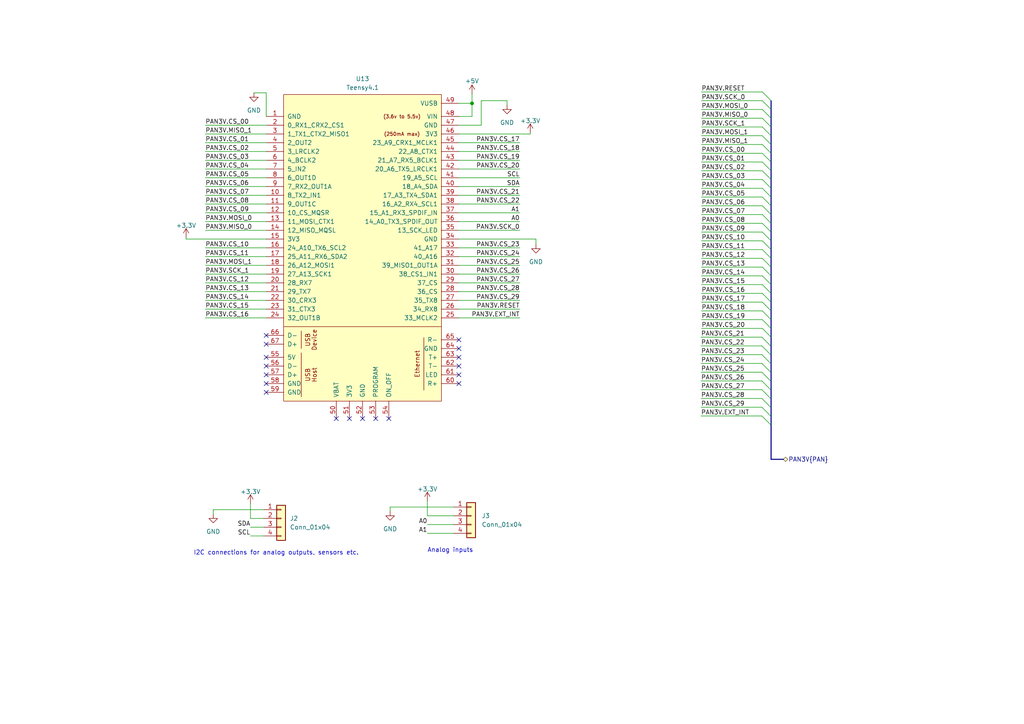
<source format=kicad_sch>
(kicad_sch (version 20230121) (generator eeschema)
  (paper "A4")
  (lib_symbols
    (symbol "Connector_Generic:Conn_01x04" (pin_names (offset 1.016) hide)
      (property "Reference" "J" (at 0 5.08 0))
      (property "Value" "Conn_01x04" (at 0 -7.62 0))
      (symbol "Conn_01x04_1_1"
        (rectangle (start -1.27 -4.953) (end 0 -5.207) (stroke (width 0.1524)))
        (rectangle (start -1.27 -2.413) (end 0 -2.667) (stroke (width 0.1524)))
        (rectangle (start -1.27 0.127) (end 0 -0.127) (stroke (width 0.1524)))
        (rectangle (start -1.27 2.667) (end 0 2.413) (stroke (width 0.1524)))
        (rectangle (start -1.27 3.81) (end 1.27 -6.35) (stroke (width 0.254)) (fill (type background)))
        (pin passive line (at -5.08 2.54 0) (length 3.81) (name "Pin_1") (number "1"))
        (pin passive line (at -5.08 0 0) (length 3.81) (name "Pin_2") (number "2"))
        (pin passive line (at -5.08 -2.54 0) (length 3.81) (name "Pin_3") (number "3"))
        (pin passive line (at -5.08 -5.08 0) (length 3.81) (name "Pin_4") (number "4"))
      )
    )
    (symbol "arena_custom:Teensy4.1" (pin_names (offset 1.016))
      (property "Reference" "U" (at 0 64.77 0))
      (property "Value" "Teensy4.1" (at 0 62.23 0))
      (symbol "Teensy4.1_0_0"
        (polyline (pts (xy -22.86 -6.35) (xy 22.86 -6.35)))
        (polyline (pts (xy -17.78 -26.67) (xy -17.78 -13.97)))
        (polyline (pts (xy -17.78 -7.62) (xy -17.78 -12.7)))
        (polyline (pts (xy 17.78 -9.525) (xy 17.78 -24.765)))
        (text "(250mA max)" (at 11.43 49.53 0) (effects (font (size 1.016 1.016))))
        (text "(3.6v to 5.5v)" (at 11.43 54.61 0) (effects (font (size 1.016 1.016))))
        (text "Device" (at -13.97 -10.16 900) (effects (font (size 1.27 1.27))))
        (text "Ethernet" (at 15.875 -17.145 900) (effects (font (size 1.27 1.27))))
        (text "Host" (at -13.97 -20.32 900) (effects (font (size 1.27 1.27))))
        (text "USB" (at -15.875 -20.32 900) (effects (font (size 1.27 1.27))))
        (text "USB" (at -15.875 -10.16 900) (effects (font (size 1.27 1.27))))
        (pin bidirectional line (at -27.94 31.75 0) (length 5.08) (name "8_TX2_IN1") (number "10"))
        (pin bidirectional line (at -27.94 29.21 0) (length 5.08) (name "9_OUT1C") (number "11"))
        (pin bidirectional line (at -27.94 26.67 0) (length 5.08) (name "10_CS_MQSR") (number "12"))
        (pin bidirectional line (at -27.94 24.13 0) (length 5.08) (name "11_MOSI_CTX1") (number "13"))
        (pin bidirectional line (at -27.94 21.59 0) (length 5.08) (name "12_MISO_MQSL") (number "14"))
        (pin power_in line (at -27.94 19.05 0) (length 5.08) (name "3V3") (number "15"))
        (pin bidirectional line (at -27.94 16.51 0) (length 5.08) (name "24_A10_TX6_SCL2") (number "16"))
        (pin bidirectional line (at -27.94 13.97 0) (length 5.08) (name "25_A11_RX6_SDA2") (number "17"))
        (pin bidirectional line (at -27.94 11.43 0) (length 5.08) (name "26_A12_MOSI1") (number "18"))
        (pin bidirectional line (at -27.94 8.89 0) (length 5.08) (name "27_A13_SCK1") (number "19"))
        (pin bidirectional line (at -27.94 6.35 0) (length 5.08) (name "28_RX7") (number "20"))
        (pin bidirectional line (at -27.94 3.81 0) (length 5.08) (name "29_TX7") (number "21"))
        (pin bidirectional line (at -27.94 1.27 0) (length 5.08) (name "30_CRX3") (number "22"))
        (pin bidirectional line (at -27.94 -1.27 0) (length 5.08) (name "31_CTX3") (number "23"))
        (pin bidirectional line (at -27.94 -3.81 0) (length 5.08) (name "32_OUT1B") (number "24"))
        (pin bidirectional line (at 27.94 -3.81 180) (length 5.08) (name "33_MCLK2") (number "25"))
        (pin bidirectional line (at 27.94 -1.27 180) (length 5.08) (name "34_RX8") (number "26"))
        (pin bidirectional line (at 27.94 1.27 180) (length 5.08) (name "35_TX8") (number "27"))
        (pin bidirectional line (at 27.94 3.81 180) (length 5.08) (name "36_CS") (number "28"))
        (pin bidirectional line (at 27.94 6.35 180) (length 5.08) (name "37_CS") (number "29"))
        (pin bidirectional line (at 27.94 8.89 180) (length 5.08) (name "38_CS1_IN1") (number "30"))
        (pin bidirectional line (at 27.94 11.43 180) (length 5.08) (name "39_MISO1_OUT1A") (number "31"))
        (pin bidirectional line (at 27.94 13.97 180) (length 5.08) (name "40_A16") (number "32"))
        (pin bidirectional line (at 27.94 16.51 180) (length 5.08) (name "41_A17") (number "33"))
        (pin bidirectional line (at 27.94 21.59 180) (length 5.08) (name "13_SCK_LED") (number "35"))
        (pin bidirectional line (at 27.94 24.13 180) (length 5.08) (name "14_A0_TX3_SPDIF_OUT") (number "36"))
        (pin bidirectional line (at 27.94 26.67 180) (length 5.08) (name "15_A1_RX3_SPDIF_IN") (number "37"))
        (pin bidirectional line (at 27.94 29.21 180) (length 5.08) (name "16_A2_RX4_SCL1") (number "38"))
        (pin bidirectional line (at 27.94 31.75 180) (length 5.08) (name "17_A3_TX4_SDA1") (number "39"))
        (pin bidirectional line (at 27.94 34.29 180) (length 5.08) (name "18_A4_SDA") (number "40"))
        (pin bidirectional line (at 27.94 36.83 180) (length 5.08) (name "19_A5_SCL") (number "41"))
        (pin bidirectional line (at 27.94 39.37 180) (length 5.08) (name "20_A6_TX5_LRCLK1") (number "42"))
        (pin bidirectional line (at 27.94 41.91 180) (length 5.08) (name "21_A7_RX5_BCLK1") (number "43"))
        (pin bidirectional line (at 27.94 44.45 180) (length 5.08) (name "22_A8_CTX1") (number "44"))
        (pin bidirectional line (at 27.94 46.99 180) (length 5.08) (name "23_A9_CRX1_MCLK1") (number "45"))
        (pin power_in line (at 27.94 54.61 180) (length 5.08) (name "VIN") (number "48"))
        (pin power_out line (at 27.94 58.42 180) (length 5.08) (name "VUSB") (number "49"))
        (pin bidirectional line (at -27.94 44.45 0) (length 5.08) (name "3_LRCLK2") (number "5"))
        (pin power_in line (at -7.62 -33.02 90) (length 5.08) (name "VBAT") (number "50"))
        (pin power_in line (at -3.81 -33.02 90) (length 5.08) (name "3V3") (number "51"))
        (pin input line (at 3.81 -33.02 90) (length 5.08) (name "PROGRAM") (number "53"))
        (pin input line (at 7.62 -33.02 90) (length 5.08) (name "ON_OFF") (number "54"))
        (pin power_out line (at -27.94 -15.24 0) (length 5.08) (name "5V") (number "55"))
        (pin bidirectional line (at -27.94 -17.78 0) (length 5.08) (name "D-") (number "56"))
        (pin bidirectional line (at -27.94 -20.32 0) (length 5.08) (name "D+") (number "57"))
        (pin power_in line (at -27.94 -22.86 0) (length 5.08) (name "GND") (number "58"))
        (pin power_in line (at -27.94 -25.4 0) (length 5.08) (name "GND") (number "59"))
        (pin bidirectional line (at -27.94 41.91 0) (length 5.08) (name "4_BCLK2") (number "6"))
        (pin bidirectional line (at 27.94 -22.86 180) (length 5.08) (name "R+") (number "60"))
        (pin bidirectional line (at 27.94 -20.32 180) (length 5.08) (name "LED") (number "61"))
        (pin bidirectional line (at 27.94 -17.78 180) (length 5.08) (name "T-") (number "62"))
        (pin bidirectional line (at 27.94 -15.24 180) (length 5.08) (name "T+") (number "63"))
        (pin power_in line (at 27.94 -12.7 180) (length 5.08) (name "GND") (number "64"))
        (pin bidirectional line (at 27.94 -10.16 180) (length 5.08) (name "R-") (number "65"))
        (pin bidirectional line (at -27.94 -8.89 0) (length 5.08) (name "D-") (number "66"))
        (pin bidirectional line (at -27.94 -11.43 0) (length 5.08) (name "D+") (number "67"))
        (pin bidirectional line (at -27.94 39.37 0) (length 5.08) (name "5_IN2") (number "7"))
        (pin bidirectional line (at -27.94 36.83 0) (length 5.08) (name "6_OUT1D") (number "8"))
        (pin bidirectional line (at -27.94 34.29 0) (length 5.08) (name "7_RX2_OUT1A") (number "9"))
      )
      (symbol "Teensy4.1_0_1"
        (rectangle (start -20.32 -1.27) (end -20.32 -1.27))
      )
      (symbol "Teensy4.1_1_0"
        (pin power_out line (at 27.94 49.53 180) (length 5.08) (name "3V3") (number "46"))
        (pin power_in line (at 27.94 52.07 180) (length 5.08) (name "GND") (number "47"))
        (pin power_in line (at 0 -33.02 90) (length 5.08) (name "GND") (number "52"))
      )
      (symbol "Teensy4.1_1_1"
        (rectangle (start -22.86 60.96) (end 22.86 -27.94) (fill (type background)))
        (pin power_in line (at -27.94 54.61 0) (length 5.08) (name "GND") (number "1"))
        (pin bidirectional line (at -27.94 52.07 0) (length 5.08) (name "0_RX1_CRX2_CS1") (number "2"))
        (pin bidirectional line (at -27.94 49.53 0) (length 5.08) (name "1_TX1_CTX2_MISO1") (number "3"))
        (pin power_in line (at 27.94 19.05 180) (length 5.08) (name "GND") (number "34"))
        (pin bidirectional line (at -27.94 46.99 0) (length 5.08) (name "2_OUT2") (number "4"))
      )
    )
    (symbol "power:+3.3V" (power) (pin_names (offset 0))
      (property "Value" "+3.3V" (at 0 3.556 0))
      (symbol "+3.3V_0_1"
        (polyline (pts (xy -0.762 1.27) (xy 0 2.54)))
        (polyline (pts (xy 0 0) (xy 0 2.54)))
        (polyline (pts (xy 0 2.54) (xy 0.762 1.27)))
      )
      (symbol "+3.3V_1_1"
        (pin power_in line (at 0 0 90) (length 0) hide (name "+3.3V") (number "1"))
      )
    )
    (symbol "power:+5V" (power) (pin_names (offset 0))
      (property "Value" "+5V" (at 0 3.556 0))
      (symbol "+5V_0_1"
        (polyline (pts (xy -0.762 1.27) (xy 0 2.54)))
        (polyline (pts (xy 0 0) (xy 0 2.54)))
        (polyline (pts (xy 0 2.54) (xy 0.762 1.27)))
      )
      (symbol "+5V_1_1"
        (pin power_in line (at 0 0 90) (length 0) hide (name "+5V") (number "1"))
      )
    )
    (symbol "power:GND" (power) (pin_names (offset 0))
      (property "Value" "GND" (at 0 -3.81 0))
      (symbol "GND_0_1"
        (polyline (pts (xy 0 0) (xy 0 -1.27) (xy 1.27 -1.27) (xy 0 -2.54) (xy -1.27 -1.27) (xy 0 -1.27)))
      )
      (symbol "GND_1_1"
        (pin power_in line (at 0 0 270) (length 0) hide (name "GND") (number "1"))
      )
    )
  )
  (junction (at 136.906 29.972))
  (no_connect (at 133.096 108.712))
  (no_connect (at 112.776 121.412))
  (no_connect (at 77.216 97.282))
  (no_connect (at 77.216 99.822))
  (no_connect (at 133.096 106.172))
  (no_connect (at 77.216 108.712))
  (no_connect (at 77.216 111.252))
  (no_connect (at 108.966 121.412))
  (no_connect (at 133.096 101.092))
  (no_connect (at 133.096 111.252))
  (no_connect (at 101.346 121.412))
  (no_connect (at 77.216 106.172))
  (no_connect (at 105.156 121.412))
  (no_connect (at 97.536 121.412))
  (no_connect (at 133.096 98.552))
  (no_connect (at 77.216 103.632))
  (no_connect (at 133.096 103.632))
  (no_connect (at 77.216 113.792))
  (bus_entry (at 223.647 54.61) (size -2.54 -2.54))
  (bus_entry (at 223.647 44.45) (size -2.54 -2.54))
  (bus_entry (at 220.98 113.03) (size 2.54 2.54))
  (bus_entry (at 223.647 64.77) (size -2.54 -2.54))
  (bus_entry (at 220.98 118.11) (size 2.54 2.54))
  (bus_entry (at 223.647 59.69) (size -2.54 -2.54))
  (bus_entry (at 223.647 80.01) (size -2.54 -2.54))
  (bus_entry (at 223.647 31.75) (size -2.54 -2.54))
  (bus_entry (at 220.98 105.41) (size 2.54 2.54))
  (bus_entry (at 220.98 100.33) (size 2.54 2.54))
  (bus_entry (at 221.107 82.55) (size 2.54 2.54))
  (bus_entry (at 223.647 29.21) (size -2.54 -2.54))
  (bus_entry (at 220.98 97.79) (size 2.54 2.54))
  (bus_entry (at 223.647 52.07) (size -2.54 -2.54))
  (bus_entry (at 223.647 62.23) (size -2.54 -2.54))
  (bus_entry (at 223.647 82.55) (size -2.54 -2.54))
  (bus_entry (at 220.98 120.65) (size 2.54 2.54))
  (bus_entry (at 223.647 72.39) (size -2.54 -2.54))
  (bus_entry (at 223.647 77.47) (size -2.54 -2.54))
  (bus_entry (at 223.647 34.29) (size -2.54 -2.54))
  (bus_entry (at 223.647 41.91) (size -2.54 -2.54))
  (bus_entry (at 223.647 49.53) (size -2.54 -2.54))
  (bus_entry (at 221.107 92.71) (size 2.54 2.54))
  (bus_entry (at 223.647 67.31) (size -2.54 -2.54))
  (bus_entry (at 221.107 87.63) (size 2.54 2.54))
  (bus_entry (at 223.647 74.93) (size -2.54 -2.54))
  (bus_entry (at 220.98 110.49) (size 2.54 2.54))
  (bus_entry (at 220.98 115.57) (size 2.54 2.54))
  (bus_entry (at 223.647 39.37) (size -2.54 -2.54))
  (bus_entry (at 221.107 85.09) (size 2.54 2.54))
  (bus_entry (at 221.107 90.17) (size 2.54 2.54))
  (bus_entry (at 220.98 102.87) (size 2.54 2.54))
  (bus_entry (at 220.98 107.95) (size 2.54 2.54))
  (bus_entry (at 223.647 69.85) (size -2.54 -2.54))
  (bus_entry (at 223.647 57.15) (size -2.54 -2.54))
  (bus_entry (at 221.107 95.25) (size 2.54 2.54))
  (bus_entry (at 223.647 46.99) (size -2.54 -2.54))
  (bus_entry (at 223.647 36.83) (size -2.54 -2.54))
  (wire (pts (xy 53.975 69.342) (xy 53.975 68.834)))
  (wire (pts (xy 123.952 149.606) (xy 131.572 149.606)))
  (wire (pts (xy 59.563 46.482) (xy 77.216 46.482)))
  (bus (pts (xy 223.647 87.63) (xy 223.647 90.17)))
  (wire (pts (xy 139.573 29.21) (xy 147.066 29.21)))
  (wire (pts (xy 72.644 152.908) (xy 76.454 152.908)))
  (wire (pts (xy 150.749 51.562) (xy 133.096 51.562)))
  (wire (pts (xy 220.98 110.49) (xy 203.327 110.49)))
  (wire (pts (xy 59.563 66.802) (xy 77.216 66.802)))
  (wire (pts (xy 139.573 36.322) (xy 139.573 29.21)))
  (bus (pts (xy 223.647 49.53) (xy 223.647 52.07)))
  (wire (pts (xy 133.096 76.962) (xy 150.749 76.962)))
  (wire (pts (xy 221.107 62.23) (xy 203.454 62.23)))
  (wire (pts (xy 133.096 56.642) (xy 150.749 56.642)))
  (wire (pts (xy 113.157 147.066) (xy 113.157 148.336)))
  (wire (pts (xy 59.563 76.962) (xy 77.216 76.962)))
  (wire (pts (xy 59.563 92.202) (xy 77.216 92.202)))
  (wire (pts (xy 221.107 44.45) (xy 203.454 44.45)))
  (bus (pts (xy 223.647 69.85) (xy 223.647 72.39)))
  (bus (pts (xy 223.647 36.83) (xy 223.647 39.37)))
  (wire (pts (xy 61.849 147.828) (xy 76.454 147.828)))
  (wire (pts (xy 59.563 38.862) (xy 77.216 38.862)))
  (wire (pts (xy 133.096 29.972) (xy 136.906 29.972)))
  (wire (pts (xy 59.563 74.422) (xy 77.216 74.422)))
  (wire (pts (xy 133.096 49.022) (xy 150.749 49.022)))
  (wire (pts (xy 221.107 52.07) (xy 203.454 52.07)))
  (bus (pts (xy 223.647 64.77) (xy 223.647 67.31)))
  (wire (pts (xy 133.096 38.862) (xy 153.797 38.862)))
  (wire (pts (xy 72.644 146.05) (xy 72.644 150.368)))
  (wire (pts (xy 73.66 26.924) (xy 77.216 26.924)))
  (bus (pts (xy 223.647 72.39) (xy 223.647 74.93)))
  (wire (pts (xy 72.644 150.368) (xy 76.454 150.368)))
  (bus (pts (xy 223.647 97.79) (xy 223.647 133.223)))
  (wire (pts (xy 59.563 84.582) (xy 77.216 84.582)))
  (wire (pts (xy 221.107 64.77) (xy 203.454 64.77)))
  (wire (pts (xy 221.107 41.91) (xy 203.454 41.91)))
  (bus (pts (xy 223.647 54.61) (xy 223.647 57.15)))
  (wire (pts (xy 77.216 69.342) (xy 53.975 69.342)))
  (wire (pts (xy 72.644 155.448) (xy 76.454 155.448)))
  (wire (pts (xy 221.107 74.93) (xy 203.454 74.93)))
  (wire (pts (xy 221.107 57.15) (xy 203.454 57.15)))
  (bus (pts (xy 223.647 82.55) (xy 223.647 85.09)))
  (bus (pts (xy 223.647 29.21) (xy 223.647 31.75)))
  (bus (pts (xy 223.647 85.09) (xy 223.647 87.63)))
  (wire (pts (xy 77.216 26.924) (xy 77.216 33.782)))
  (bus (pts (xy 223.647 74.93) (xy 223.647 77.47)))
  (wire (pts (xy 221.107 69.85) (xy 203.454 69.85)))
  (wire (pts (xy 59.563 82.042) (xy 77.216 82.042)))
  (bus (pts (xy 223.647 95.25) (xy 223.647 97.79)))
  (wire (pts (xy 133.096 66.802) (xy 150.749 66.802)))
  (wire (pts (xy 133.096 46.482) (xy 150.749 46.482)))
  (wire (pts (xy 203.327 120.65) (xy 220.98 120.65)))
  (wire (pts (xy 203.327 118.11) (xy 220.98 118.11)))
  (bus (pts (xy 223.647 62.23) (xy 223.647 64.77)))
  (wire (pts (xy 203.327 113.03) (xy 220.98 113.03)))
  (wire (pts (xy 59.563 49.022) (xy 77.216 49.022)))
  (wire (pts (xy 59.563 56.642) (xy 77.216 56.642)))
  (wire (pts (xy 150.749 82.042) (xy 133.096 82.042)))
  (wire (pts (xy 123.952 145.288) (xy 123.952 149.606)))
  (wire (pts (xy 203.454 85.09) (xy 221.107 85.09)))
  (wire (pts (xy 59.563 87.122) (xy 77.216 87.122)))
  (wire (pts (xy 203.327 105.41) (xy 220.98 105.41)))
  (bus (pts (xy 223.647 41.91) (xy 223.647 44.45)))
  (wire (pts (xy 221.107 29.21) (xy 203.454 29.21)))
  (wire (pts (xy 59.563 79.502) (xy 77.216 79.502)))
  (wire (pts (xy 133.096 79.502) (xy 150.749 79.502)))
  (wire (pts (xy 59.563 41.402) (xy 77.216 41.402)))
  (wire (pts (xy 203.454 92.71) (xy 221.107 92.71)))
  (bus (pts (xy 223.647 80.01) (xy 223.647 82.55)))
  (wire (pts (xy 220.98 100.33) (xy 203.327 100.33)))
  (bus (pts (xy 223.647 44.45) (xy 223.647 46.99)))
  (wire (pts (xy 59.563 36.322) (xy 77.216 36.322)))
  (wire (pts (xy 221.107 67.31) (xy 203.454 67.31)))
  (wire (pts (xy 133.096 33.782) (xy 136.906 33.782)))
  (bus (pts (xy 223.647 31.75) (xy 223.647 34.29)))
  (wire (pts (xy 59.563 43.942) (xy 77.216 43.942)))
  (wire (pts (xy 59.563 89.662) (xy 77.216 89.662)))
  (bus (pts (xy 223.647 34.29) (xy 223.647 36.83)))
  (bus (pts (xy 223.647 59.69) (xy 223.647 62.23)))
  (wire (pts (xy 221.107 34.29) (xy 203.454 34.29)))
  (wire (pts (xy 123.952 154.686) (xy 131.572 154.686)))
  (wire (pts (xy 133.096 36.322) (xy 139.573 36.322)))
  (wire (pts (xy 59.563 71.882) (xy 77.216 71.882)))
  (bus (pts (xy 223.647 133.223) (xy 227.203 133.223)))
  (bus (pts (xy 223.647 67.31) (xy 223.647 69.85)))
  (wire (pts (xy 61.849 147.828) (xy 61.849 149.098)))
  (wire (pts (xy 203.327 97.79) (xy 220.98 97.79)))
  (wire (pts (xy 153.797 38.862) (xy 153.797 38.481)))
  (wire (pts (xy 59.563 54.102) (xy 77.216 54.102)))
  (wire (pts (xy 147.066 29.21) (xy 147.066 30.48)))
  (wire (pts (xy 203.454 90.17) (xy 221.107 90.17)))
  (wire (pts (xy 133.096 43.942) (xy 150.749 43.942)))
  (wire (pts (xy 133.096 64.262) (xy 150.749 64.262)))
  (wire (pts (xy 221.107 72.39) (xy 203.454 72.39)))
  (bus (pts (xy 223.647 46.99) (xy 223.647 49.53)))
  (wire (pts (xy 133.096 74.422) (xy 150.749 74.422)))
  (wire (pts (xy 203.327 107.95) (xy 220.98 107.95)))
  (wire (pts (xy 133.096 87.122) (xy 150.749 87.122)))
  (wire (pts (xy 136.906 27.178) (xy 136.906 29.972)))
  (wire (pts (xy 203.454 59.69) (xy 221.107 59.69)))
  (wire (pts (xy 221.107 26.67) (xy 203.454 26.67)))
  (wire (pts (xy 203.454 95.25) (xy 221.107 95.25)))
  (wire (pts (xy 133.096 84.582) (xy 150.749 84.582)))
  (wire (pts (xy 203.327 115.57) (xy 220.98 115.57)))
  (wire (pts (xy 221.107 82.55) (xy 203.454 82.55)))
  (bus (pts (xy 223.647 77.47) (xy 223.647 80.01)))
  (wire (pts (xy 150.749 71.882) (xy 133.096 71.882)))
  (wire (pts (xy 221.107 80.01) (xy 203.454 80.01)))
  (wire (pts (xy 221.107 77.47) (xy 203.454 77.47)))
  (wire (pts (xy 133.096 89.662) (xy 150.749 89.662)))
  (wire (pts (xy 221.107 31.75) (xy 203.454 31.75)))
  (bus (pts (xy 223.647 90.17) (xy 223.647 92.71)))
  (bus (pts (xy 223.647 39.37) (xy 223.647 41.91)))
  (bus (pts (xy 223.647 92.71) (xy 223.647 95.25)))
  (wire (pts (xy 203.454 87.63) (xy 221.107 87.63)))
  (wire (pts (xy 59.563 61.722) (xy 77.216 61.722)))
  (wire (pts (xy 133.096 54.102) (xy 150.749 54.102)))
  (wire (pts (xy 113.157 147.066) (xy 131.572 147.066)))
  (bus (pts (xy 223.647 52.07) (xy 223.647 54.61)))
  (wire (pts (xy 221.107 36.83) (xy 203.454 36.83)))
  (wire (pts (xy 133.096 59.182) (xy 150.749 59.182)))
  (wire (pts (xy 221.107 46.99) (xy 203.454 46.99)))
  (wire (pts (xy 150.749 41.402) (xy 133.096 41.402)))
  (wire (pts (xy 203.327 102.87) (xy 220.98 102.87)))
  (wire (pts (xy 221.107 39.37) (xy 203.454 39.37)))
  (wire (pts (xy 133.096 69.342) (xy 155.448 69.342)))
  (wire (pts (xy 221.107 49.53) (xy 203.454 49.53)))
  (wire (pts (xy 133.096 61.722) (xy 150.749 61.722)))
  (wire (pts (xy 155.448 69.342) (xy 155.448 70.866)))
  (wire (pts (xy 123.952 152.146) (xy 131.572 152.146)))
  (wire (pts (xy 59.563 59.182) (xy 77.216 59.182)))
  (wire (pts (xy 59.563 51.562) (xy 77.216 51.562)))
  (wire (pts (xy 221.107 54.61) (xy 203.454 54.61)))
  (wire (pts (xy 59.563 64.262) (xy 77.216 64.262)))
  (wire (pts (xy 133.096 92.202) (xy 150.749 92.202)))
  (wire (pts (xy 136.906 29.972) (xy 136.906 33.782)))
  (bus (pts (xy 223.647 57.15) (xy 223.647 59.69)))
  (text "Analog inputs" (at 123.952 160.401 0) (effects (font (size 1.27 1.27)) (justify left bottom)))
  (text "I2C connections for analog outputs, sensors etc. " (at 56.134 161.163 0) (effects (font (size 1.27 1.27)) (justify left bottom)))
  (label "PAN3V.MOSI_1" (at 59.563 76.962 0))
  (label "SDA" (at 72.644 152.908 180))
  (label "PAN3V.SCK_0" (at 150.749 66.802 180))
  (label "PAN3V.CS_17" (at 150.749 41.402 180))
  (label "PAN3V.CS_06" (at 203.454 59.69 0))
  (label "PAN3V.CS_28" (at 150.749 84.582 180))
  (label "PAN3V.CS_18" (at 150.749 43.942 180))
  (label "PAN3V.CS_02" (at 59.563 43.942 0))
  (label "A1" (at 123.952 154.686 180))
  (label "PAN3V.CS_10" (at 59.563 71.882 0))
  (label "PAN3V.MISO_0" (at 203.454 34.29 0))
  (label "PAN3V.CS_23" (at 203.327 102.87 0))
  (label "PAN3V.CS_05" (at 59.563 51.562 0))
  (label "PAN3V.CS_06" (at 59.563 54.102 0))
  (label "PAN3V.MOSI_1" (at 203.454 39.37 0))
  (label "PAN3V.CS_04" (at 203.454 54.61 0))
  (label "PAN3V.CS_03" (at 203.454 52.07 0))
  (label "PAN3V.CS_29" (at 150.749 87.122 180))
  (label "PAN3V.CS_07" (at 59.563 56.642 0))
  (label "PAN3V.SCK_1" (at 203.454 36.83 0))
  (label "PAN3V.CS_02" (at 203.454 49.53 0))
  (label "PAN3V.CS_24" (at 203.327 105.41 0))
  (label "PAN3V.MOSI_0" (at 59.563 64.262 0))
  (label "PAN3V.CS_12" (at 203.454 74.93 0))
  (label "PAN3V.CS_14" (at 203.454 80.01 0))
  (label "PAN3V.CS_00" (at 203.454 44.45 0))
  (label "PAN3V.CS_08" (at 59.563 59.182 0))
  (label "PAN3V.CS_16" (at 59.563 92.202 0))
  (label "PAN3V.CS_00" (at 59.563 36.322 0))
  (label "SDA" (at 150.749 54.102 180))
  (label "PAN3V.CS_11" (at 203.454 72.39 0))
  (label "PAN3V.CS_27" (at 203.327 113.03 0))
  (label "PAN3V.CS_22" (at 150.749 59.182 180))
  (label "PAN3V.CS_01" (at 59.563 41.402 0))
  (label "PAN3V.CS_03" (at 59.563 46.482 0))
  (label "PAN3V.CS_21" (at 203.327 97.79 0))
  (label "PAN3V.CS_19" (at 150.749 46.482 180))
  (label "PAN3V.CS_16" (at 203.454 85.09 0))
  (label "PAN3V.CS_12" (at 59.563 82.042 0))
  (label "PAN3V.CS_05" (at 203.454 57.15 0))
  (label "PAN3V.CS_27" (at 150.749 82.042 180))
  (label "PAN3V.EXT_INT" (at 203.327 120.65 0))
  (label "PAN3V.CS_26" (at 203.327 110.49 0))
  (label "PAN3V.SCK_1" (at 59.563 79.502 0))
  (label "PAN3V.CS_20" (at 150.749 49.022 180))
  (label "PAN3V.CS_24" (at 150.749 74.422 180))
  (label "PAN3V.CS_14" (at 59.563 87.122 0))
  (label "PAN3V.CS_13" (at 203.454 77.47 0))
  (label "PAN3V.CS_25" (at 150.749 76.962 180))
  (label "PAN3V.CS_28" (at 203.327 115.57 0))
  (label "PAN3V.CS_25" (at 203.327 107.95 0))
  (label "PAN3V.CS_10" (at 203.454 69.85 0))
  (label "PAN3V.CS_08" (at 203.454 64.77 0))
  (label "PAN3V.CS_29" (at 203.327 118.11 0))
  (label "SCL" (at 72.644 155.448 180))
  (label "PAN3V.CS_20" (at 203.454 95.25 0))
  (label "PAN3V.RESET" (at 150.749 89.662 180))
  (label "PAN3V.CS_09" (at 203.454 67.31 0))
  (label "PAN3V.CS_17" (at 203.454 87.63 0))
  (label "PAN3V.CS_04" (at 59.563 49.022 0))
  (label "PAN3V.CS_15" (at 59.563 89.662 0))
  (label "PAN3V.MISO_1" (at 203.454 41.91 0))
  (label "A0" (at 123.952 152.146 180))
  (label "PAN3V.CS_11" (at 59.563 74.422 0))
  (label "PAN3V.CS_21" (at 150.749 56.642 180))
  (label "PAN3V.CS_07" (at 203.454 62.23 0))
  (label "PAN3V.CS_26" (at 150.749 79.502 180))
  (label "A0" (at 150.749 64.262 180))
  (label "PAN3V.CS_18" (at 203.454 90.17 0))
  (label "PAN3V.CS_13" (at 59.563 84.582 0))
  (label "PAN3V.CS_01" (at 203.454 46.99 0))
  (label "A1" (at 150.749 61.722 180))
  (label "PAN3V.CS_23" (at 150.749 71.882 180))
  (label "PAN3V.MISO_0" (at 59.563 66.802 0))
  (label "PAN3V.CS_19" (at 203.454 92.71 0))
  (label "PAN3V.CS_22" (at 203.327 100.33 0))
  (label "PAN3V.EXT_INT" (at 150.749 92.202 180))
  (label "PAN3V.CS_15" (at 203.454 82.55 0))
  (label "PAN3V.MOSI_0" (at 203.454 31.75 0))
  (label "PAN3V.RESET" (at 203.454 26.67 0))
  (label "SCL" (at 150.749 51.562 180))
  (label "PAN3V.MISO_1" (at 59.563 38.862 0))
  (label "PAN3V.SCK_0" (at 203.454 29.21 0))
  (label "PAN3V.CS_09" (at 59.563 61.722 0))
  (hierarchical_label "PAN3V{PAN}" (shape bidirectional) (at 227.203 133.223 0))
  (symbol (lib_id "power:GND") (at 61.849 149.098 0) (mirror y) (unit 1)
    (property "Reference" "#PWR01" (effects hide))
    (property "Value" "GND" (at 61.849 154.178 0))
  )
  (symbol (lib_id "Connector_Generic:Conn_01x04") (at 136.652 149.606 0) (unit 1)
    (property "Reference" "J3" (at 139.7 149.606 0) (effects (justify left)))
    (property "Value" "Conn_01x04" (at 139.7 152.146 0) (effects (justify left)))
    (property "Footprint" "arena_custom:JST_SH_SM04B-SRSS-TB_1x04-1MP_P1.00mm_Horizontal" (effects hide))
  )
  (symbol (lib_id "power:+3.3V") (at 72.644 146.05 0) (unit 1)
    (property "Reference" "#PWR019" (effects hide))
    (property "Value" "+3.3V" (at 72.644 142.621 0))
  )
  (symbol (lib_id "power:+5V") (at 136.906 27.178 0) (unit 1)
    (property "Reference" "#PWR074" (effects hide))
    (property "Value" "+5V" (at 136.906 23.495 0))
  )
  (symbol (lib_id "arena_custom:Teensy4.1") (at 105.156 88.392 0) (unit 1)
    (property "Reference" "U13" (at 105.156 22.86 0))
    (property "Value" "Teensy4.1" (at 105.156 25.4 0))
    (property "Footprint" "teensy:Teensy41" (effects hide))
    (instances (project "teensy_arena_12-12" (path "" (reference "U13") (unit 1)) (path "" (reference "U18") (unit 1))))
  )
  (symbol (lib_id "power:+3.3V") (at 123.952 145.288 0) (unit 1)
    (property "Reference" "#PWR020" (effects hide))
    (property "Value" "+3.3V" (at 123.952 141.859 0))
  )
  (symbol (lib_id "power:GND") (at 155.448 70.866 0) (mirror y) (unit 1)
    (property "Reference" "#PWR06" (effects hide))
    (property "Value" "GND" (at 155.448 75.946 0))
    (instances (project "teensy_arena_12-12" (path "" (reference "#PWR06") (unit 1)) (path "" (reference "#PWR016") (unit 1))))
  )
  (symbol (lib_id "Connector_Generic:Conn_01x04") (at 81.534 150.368 0) (unit 1)
    (property "Reference" "J2" (at 84.074 150.368 0) (effects (justify left)))
    (property "Value" "Conn_01x04" (at 84.074 152.908 0) (effects (justify left)))
    (property "Footprint" "arena_custom:JST_SH_SM04B-SRSS-TB_1x04-1MP_P1.00mm_Horizontal" (effects hide))
  )
  (symbol (lib_id "power:+3.3V") (at 153.797 38.481 0) (unit 1)
    (property "Reference" "#PWR075" (effects hide))
    (property "Value" "+3.3V" (at 153.797 35.052 0))
  )
  (symbol (lib_id "power:GND") (at 73.66 26.924 0) (unit 1)
    (property "Reference" "#PWR016" (effects hide))
    (property "Value" "GND" (at 73.66 32.004 0))
    (instances (project "teensy_arena_12-12" (path "" (reference "#PWR016") (unit 1)) (path "" (reference "#PWR05") (unit 1))))
  )
  (symbol (lib_id "power:+3.3V") (at 53.975 68.834 0) (unit 1)
    (property "Reference" "#PWR073" (effects hide))
    (property "Value" "+3.3V" (at 53.975 65.405 0))
  )
  (symbol (lib_id "power:GND") (at 113.157 148.336 0) (mirror y) (unit 1)
    (property "Reference" "#PWR07" (effects hide))
    (property "Value" "GND" (at 113.157 153.416 0))
  )
  (symbol (lib_id "power:GND") (at 147.066 30.48 0) (mirror y) (unit 1)
    (property "Reference" "#PWR05" (effects hide))
    (property "Value" "GND" (at 147.066 35.56 0))
    (instances (project "teensy_arena_12-12" (path "" (reference "#PWR05") (unit 1)) (path "" (reference "#PWR06") (unit 1))))
  )
)
</source>
